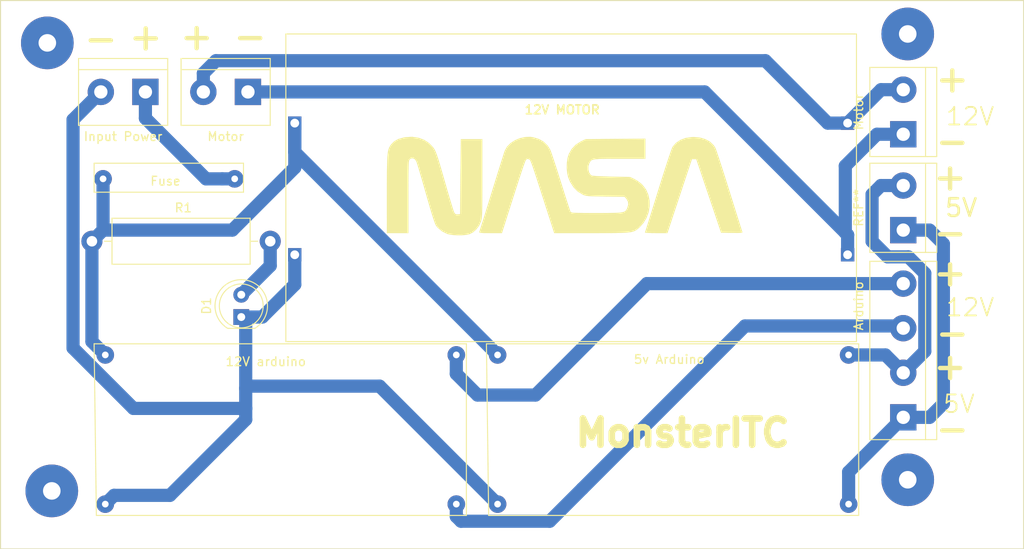
<source format=kicad_pcb>
(kicad_pcb (version 20171130) (host pcbnew "(5.1.2)-2")

  (general
    (thickness 1.6)
    (drawings 26)
    (tracks 78)
    (zones 0)
    (modules 12)
    (nets 11)
  )

  (page A4)
  (layers
    (0 F.Cu signal)
    (31 B.Cu signal)
    (32 B.Adhes user)
    (33 F.Adhes user)
    (34 B.Paste user)
    (35 F.Paste user)
    (36 B.SilkS user)
    (37 F.SilkS user)
    (38 B.Mask user)
    (39 F.Mask user)
    (40 Dwgs.User user)
    (41 Cmts.User user)
    (42 Eco1.User user)
    (43 Eco2.User user)
    (44 Edge.Cuts user)
    (45 Margin user)
    (46 B.CrtYd user)
    (47 F.CrtYd user)
    (48 B.Fab user)
    (49 F.Fab user)
  )

  (setup
    (last_trace_width 1.5)
    (user_trace_width 1.5)
    (trace_clearance 0.2)
    (zone_clearance 0.508)
    (zone_45_only no)
    (trace_min 0.2)
    (via_size 0.8)
    (via_drill 0.4)
    (via_min_size 0.4)
    (via_min_drill 0.3)
    (uvia_size 0.3)
    (uvia_drill 0.1)
    (uvias_allowed no)
    (uvia_min_size 0.2)
    (uvia_min_drill 0.1)
    (edge_width 0.05)
    (segment_width 0.2)
    (pcb_text_width 0.3)
    (pcb_text_size 1.5 1.5)
    (mod_edge_width 0.12)
    (mod_text_size 1 1)
    (mod_text_width 0.15)
    (pad_size 3 3)
    (pad_drill 1.52)
    (pad_to_mask_clearance 0.051)
    (solder_mask_min_width 0.25)
    (aux_axis_origin 0 0)
    (visible_elements 7FFFEFFF)
    (pcbplotparams
      (layerselection 0x010fc_ffffffff)
      (usegerberextensions false)
      (usegerberattributes false)
      (usegerberadvancedattributes false)
      (creategerberjobfile false)
      (excludeedgelayer true)
      (linewidth 0.100000)
      (plotframeref false)
      (viasonmask false)
      (mode 1)
      (useauxorigin false)
      (hpglpennumber 1)
      (hpglpenspeed 20)
      (hpglpendiameter 15.000000)
      (psnegative false)
      (psa4output false)
      (plotreference true)
      (plotvalue true)
      (plotinvisibletext false)
      (padsonsilk false)
      (subtractmaskfromsilk false)
      (outputformat 3)
      (mirror false)
      (drillshape 0)
      (scaleselection 1)
      (outputdirectory ""))
  )

  (net 0 "")
  (net 1 GND)
  (net 2 "Net-(D1-Pad2)")
  (net 3 VCC)
  (net 4 "Net-(F1-Pad2)")
  (net 5 "Net-(J2-Pad2)")
  (net 6 "Net-(J2-Pad4)")
  (net 7 "Net-(J3-Pad2)")
  (net 8 "Net-(J3-Pad4)")
  (net 9 "Net-(J4-Pad4)")
  (net 10 "Net-(J4-Pad2)")

  (net_class Default "This is the default net class."
    (clearance 0.2)
    (trace_width 0.25)
    (via_dia 0.8)
    (via_drill 0.4)
    (uvia_dia 0.3)
    (uvia_drill 0.1)
    (add_net GND)
    (add_net "Net-(D1-Pad2)")
    (add_net "Net-(F1-Pad2)")
    (add_net "Net-(J2-Pad2)")
    (add_net "Net-(J2-Pad4)")
    (add_net "Net-(J3-Pad2)")
    (add_net "Net-(J3-Pad4)")
    (add_net "Net-(J4-Pad2)")
    (add_net "Net-(J4-Pad4)")
    (add_net VCC)
  )

  (module TerminalBlock:TerminalBlock_bornier-2_P5.08mm (layer F.Cu) (tedit 5EBD9C28) (tstamp 5EBD9D9B)
    (at 144.526 65.278 90)
    (descr "simple 2-pin terminal block, pitch 5.08mm, revamped version of bornier2")
    (tags "terminal block bornier2")
    (fp_text reference REF** (at 2.54 -5.08 90) (layer F.SilkS)
      (effects (font (size 1 1) (thickness 0.15)))
    )
    (fp_text value TerminalBlock_bornier-2_P5.08mm (at 2.54 5.08 90) (layer F.Fab)
      (effects (font (size 1 1) (thickness 0.15)))
    )
    (fp_line (start 7.79 4) (end -2.71 4) (layer F.CrtYd) (width 0.05))
    (fp_line (start 7.79 4) (end 7.79 -4) (layer F.CrtYd) (width 0.05))
    (fp_line (start -2.71 -4) (end -2.71 4) (layer F.CrtYd) (width 0.05))
    (fp_line (start -2.71 -4) (end 7.79 -4) (layer F.CrtYd) (width 0.05))
    (fp_line (start -2.54 3.81) (end 7.62 3.81) (layer F.SilkS) (width 0.12))
    (fp_line (start -2.54 -3.81) (end -2.54 3.81) (layer F.SilkS) (width 0.12))
    (fp_line (start 7.62 -3.81) (end -2.54 -3.81) (layer F.SilkS) (width 0.12))
    (fp_line (start 7.62 3.81) (end 7.62 -3.81) (layer F.SilkS) (width 0.12))
    (fp_line (start 7.62 2.54) (end -2.54 2.54) (layer F.SilkS) (width 0.12))
    (fp_line (start 7.54 -3.75) (end -2.46 -3.75) (layer F.Fab) (width 0.1))
    (fp_line (start 7.54 3.75) (end 7.54 -3.75) (layer F.Fab) (width 0.1))
    (fp_line (start -2.46 3.75) (end 7.54 3.75) (layer F.Fab) (width 0.1))
    (fp_line (start -2.46 -3.75) (end -2.46 3.75) (layer F.Fab) (width 0.1))
    (fp_line (start -2.41 2.55) (end 7.49 2.55) (layer F.Fab) (width 0.1))
    (fp_text user %R (at 2.54 0 90) (layer F.Fab)
      (effects (font (size 1 1) (thickness 0.15)))
    )
    (pad 2 thru_hole circle (at 5.08 0 90) (size 3 3) (drill 1.52) (layers *.Cu *.Mask)
      (net 10 "Net-(J4-Pad2)"))
    (pad 1 thru_hole rect (at 0 0 90) (size 3 3) (drill 1.52) (layers *.Cu *.Mask)
      (net 9 "Net-(J4-Pad4)"))
    (model ${KISYS3DMOD}/TerminalBlock.3dshapes/TerminalBlock_bornier-2_P5.08mm.wrl
      (offset (xyz 2.539999961853027 0 0))
      (scale (xyz 1 1 1))
      (rotate (xyz 0 0 0))
    )
  )

  (module logo:logo2 (layer F.Cu) (tedit 0) (tstamp 5EBCCCFC)
    (at 105.918 60.198)
    (fp_text reference G*** (at 0 0) (layer F.SilkS) hide
      (effects (font (size 1.524 1.524) (thickness 0.3)))
    )
    (fp_text value LOGO (at 0.75 0) (layer F.SilkS) hide
      (effects (font (size 1.524 1.524) (thickness 0.3)))
    )
    (fp_poly (pts (xy 15.46791 -5.464151) (xy 16.085337 -5.276991) (xy 16.606652 -4.981881) (xy 17.011893 -4.58901)
      (xy 17.198799 -4.295526) (xy 17.256439 -4.151666) (xy 17.358948 -3.861911) (xy 17.501141 -3.442135)
      (xy 17.677835 -2.908209) (xy 17.883846 -2.276007) (xy 18.11399 -1.561401) (xy 18.363083 -0.780264)
      (xy 18.625942 0.051533) (xy 18.806815 0.628118) (xy 19.071975 1.475628) (xy 19.322563 2.27604)
      (xy 19.553925 3.014522) (xy 19.761408 3.676247) (xy 19.940358 4.246386) (xy 20.086122 4.710109)
      (xy 20.194045 5.052588) (xy 20.259474 5.258993) (xy 20.277681 5.315086) (xy 20.259036 5.35799)
      (xy 20.153363 5.386534) (xy 19.940409 5.402149) (xy 19.599924 5.406269) (xy 19.111655 5.400326)
      (xy 19.080988 5.399753) (xy 17.845561 5.376333) (xy 15.015115 -3.005667) (xy 14.530857 -3.005667)
      (xy 13.132417 1.2065) (xy 11.733977 5.418666) (xy 10.433992 5.418666) (xy 9.990097 5.41479)
      (xy 9.616231 5.404095) (xy 9.340227 5.38798) (xy 9.189921 5.367845) (xy 9.171123 5.355166)
      (xy 9.2023 5.264839) (xy 9.278955 5.027199) (xy 9.396552 4.656712) (xy 9.550552 4.167844)
      (xy 9.73642 3.57506) (xy 9.949616 2.892827) (xy 10.185606 2.135609) (xy 10.43985 1.317874)
      (xy 10.664863 0.592666) (xy 10.964584 -0.368192) (xy 11.245567 -1.257118) (xy 11.503738 -2.061821)
      (xy 11.735026 -2.77001) (xy 11.935355 -3.369396) (xy 12.100653 -3.847689) (xy 12.226847 -4.192599)
      (xy 12.309863 -4.391834) (xy 12.327709 -4.424485) (xy 12.713259 -4.866973) (xy 13.219407 -5.203717)
      (xy 13.828467 -5.426702) (xy 14.522753 -5.527915) (xy 14.774333 -5.53317) (xy 15.46791 -5.464151)) (layer F.SilkS) (width 0.01))
    (fp_poly (pts (xy -3.594957 -5.509875) (xy -2.91961 -5.312338) (xy -2.357082 -4.989146) (xy -1.904211 -4.538022)
      (xy -1.621542 -4.088982) (xy -1.560799 -3.939089) (xy -1.456421 -3.646631) (xy -1.314765 -3.230828)
      (xy -1.142189 -2.710902) (xy -0.94505 -2.106072) (xy -0.729706 -1.435559) (xy -0.502513 -0.718583)
      (xy -0.42308 -0.465667) (xy -0.196736 0.254256) (xy 0.016308 0.927252) (xy 0.210259 1.535357)
      (xy 0.379322 2.06061) (xy 0.517705 2.485045) (xy 0.619612 2.790702) (xy 0.679249 2.959615)
      (xy 0.689775 2.9845) (xy 0.721438 3.024489) (xy 0.781153 3.056601) (xy 0.885996 3.081689)
      (xy 1.053041 3.100609) (xy 1.299365 3.114218) (xy 1.642044 3.123369) (xy 2.098153 3.128918)
      (xy 2.68477 3.131721) (xy 3.418969 3.132633) (xy 3.64785 3.132666) (xy 4.473758 3.132025)
      (xy 5.147408 3.128349) (xy 5.685874 3.119009) (xy 6.106231 3.101376) (xy 6.425553 3.072819)
      (xy 6.660914 3.03071) (xy 6.82939 2.972418) (xy 6.948055 2.895315) (xy 7.033984 2.796771)
      (xy 7.10425 2.674157) (xy 7.142916 2.594434) (xy 7.26879 2.186132) (xy 7.233831 1.824733)
      (xy 7.066499 1.535675) (xy 6.851664 1.280359) (xy 4.674665 1.254013) (xy 4.006445 1.245207)
      (xy 3.484244 1.235596) (xy 3.08475 1.223197) (xy 2.784652 1.206028) (xy 2.560641 1.182105)
      (xy 2.389405 1.149447) (xy 2.247634 1.106069) (xy 2.112016 1.04999) (xy 2.074333 1.032829)
      (xy 1.505445 0.679411) (xy 1.020648 0.187968) (xy 0.633171 -0.425732) (xy 0.420553 -0.938355)
      (xy 0.30591 -1.434668) (xy 0.257378 -2.006587) (xy 0.273364 -2.595619) (xy 0.352276 -3.143273)
      (xy 0.492524 -3.591056) (xy 0.492764 -3.591589) (xy 0.832574 -4.183513) (xy 1.267427 -4.645693)
      (xy 1.819072 -5.001037) (xy 1.841706 -5.012285) (xy 2.408983 -5.291667) (xy 9.228667 -5.341217)
      (xy 9.228667 -3.048) (xy 6.284172 -3.048) (xy 5.466888 -3.047738) (xy 4.801709 -3.045257)
      (xy 4.27141 -3.038014) (xy 3.858761 -3.023467) (xy 3.546538 -2.999073) (xy 3.317511 -2.96229)
      (xy 3.154454 -2.910575) (xy 3.040141 -2.841385) (xy 2.957342 -2.752179) (xy 2.888833 -2.640413)
      (xy 2.83585 -2.539065) (xy 2.732829 -2.210528) (xy 2.724827 -1.853228) (xy 2.802079 -1.51747)
      (xy 2.95482 -1.253559) (xy 3.108368 -1.135182) (xy 3.232195 -1.113954) (xy 3.50046 -1.091584)
      (xy 3.888286 -1.069345) (xy 4.370794 -1.048512) (xy 4.923109 -1.030357) (xy 5.376333 -1.019089)
      (xy 7.493 -0.973667) (xy 8.001 -0.724437) (xy 8.350495 -0.517009) (xy 8.707715 -0.249272)
      (xy 8.904718 -0.069248) (xy 9.2976 0.449789) (xy 9.560732 1.04846) (xy 9.695863 1.699715)
      (xy 9.704742 2.376505) (xy 9.589119 3.051778) (xy 9.350744 3.698485) (xy 8.991365 4.289574)
      (xy 8.594631 4.72572) (xy 8.432361 4.873664) (xy 8.285494 4.998903) (xy 8.13899 5.103328)
      (xy 7.977809 5.188828) (xy 7.78691 5.257295) (xy 7.551252 5.31062) (xy 7.255797 5.350691)
      (xy 6.885502 5.379401) (xy 6.425328 5.398638) (xy 5.860234 5.410294) (xy 5.175181 5.41626)
      (xy 4.355127 5.418425) (xy 3.385033 5.41868) (xy 3.081529 5.418666) (xy -1.172777 5.418666)
      (xy -1.778418 3.534833) (xy -2.15409 2.366301) (xy -2.481507 1.348401) (xy -2.764334 0.470586)
      (xy -3.006236 -0.277691) (xy -3.210876 -0.906977) (xy -3.381918 -1.427817) (xy -3.523028 -1.850759)
      (xy -3.637869 -2.186348) (xy -3.730104 -2.445132) (xy -3.803399 -2.637656) (xy -3.861418 -2.774468)
      (xy -3.907824 -2.866113) (xy -3.946283 -2.923139) (xy -3.980457 -2.956092) (xy -4.014012 -2.975518)
      (xy -4.045155 -2.989441) (xy -4.228577 -3.031558) (xy -4.371115 -2.946504) (xy -4.40949 -2.883882)
      (xy -4.468768 -2.748211) (xy -4.551654 -2.531317) (xy -4.660852 -2.225026) (xy -4.799064 -1.821164)
      (xy -4.968996 -1.311556) (xy -5.173349 -0.688027) (xy -5.414829 0.057596) (xy -5.696139 0.933488)
      (xy -6.019983 1.947824) (xy -6.389064 3.108778) (xy -6.738847 4.212166) (xy -7.120921 5.418666)
      (xy -8.437852 5.418666) (xy -8.937352 5.41716) (xy -9.290654 5.41094) (xy -9.520882 5.397448)
      (xy -9.651157 5.374131) (xy -9.704601 5.338434) (xy -9.704338 5.2878) (xy -9.701208 5.279051)
      (xy -9.666611 5.173649) (xy -9.586794 4.921839) (xy -9.466553 4.53899) (xy -9.310682 4.040472)
      (xy -9.123978 3.441655) (xy -8.911234 2.757911) (xy -8.677247 2.004607) (xy -8.42681 1.197115)
      (xy -8.294661 0.770551) (xy -8.034856 -0.067104) (xy -7.786574 -0.865149) (xy -7.554962 -1.607205)
      (xy -7.345167 -2.276894) (xy -7.162337 -2.857838) (xy -7.011619 -3.333659) (xy -6.89816 -3.687979)
      (xy -6.827109 -3.904419) (xy -6.810061 -3.953231) (xy -6.552191 -4.417182) (xy -6.161538 -4.821471)
      (xy -5.66859 -5.151337) (xy -5.103837 -5.392017) (xy -4.497767 -5.528751) (xy -3.880869 -5.546776)
      (xy -3.594957 -5.509875)) (layer F.SilkS) (width 0.01))
    (fp_poly (pts (xy -16.644061 -5.45062) (xy -15.989632 -5.20896) (xy -15.418732 -4.834898) (xy -14.948925 -4.3354)
      (xy -14.862852 -4.212351) (xy -14.779327 -4.07194) (xy -14.69275 -3.892949) (xy -14.597783 -3.659178)
      (xy -14.489084 -3.354425) (xy -14.361314 -2.962488) (xy -14.209132 -2.467166) (xy -14.0272 -1.852257)
      (xy -13.810176 -1.10156) (xy -13.6324 -0.479153) (xy -13.424245 0.247183) (xy -13.22574 0.930361)
      (xy -13.0426 1.551402) (xy -12.88054 2.09133) (xy -12.745275 2.531167) (xy -12.642519 2.851934)
      (xy -12.577988 3.034655) (xy -12.566438 3.06069) (xy -12.445004 3.23623) (xy -12.288367 3.290928)
      (xy -12.166069 3.285842) (xy -11.895667 3.259666) (xy -11.853333 -1.016) (xy -11.811 -5.291667)
      (xy -9.355667 -5.291667) (xy -9.355667 -0.846667) (xy -9.356064 0.145356) (xy -9.357568 0.98307)
      (xy -9.360642 1.681494) (xy -9.365754 2.255653) (xy -9.373367 2.720566) (xy -9.383949 3.091257)
      (xy -9.397964 3.382747) (xy -9.415878 3.610057) (xy -9.438157 3.788211) (xy -9.465266 3.932229)
      (xy -9.497671 4.057133) (xy -9.508795 4.094098) (xy -9.725579 4.574741) (xy -10.047283 5.005487)
      (xy -10.436723 5.345219) (xy -10.816161 5.539779) (xy -11.186289 5.621755) (xy -11.662857 5.665345)
      (xy -12.187507 5.671097) (xy -12.701883 5.639559) (xy -13.147629 5.571282) (xy -13.349186 5.515943)
      (xy -13.946644 5.225823) (xy -14.446407 4.809423) (xy -14.605939 4.620628) (xy -14.677647 4.496872)
      (xy -14.767957 4.284829) (xy -14.88053 3.973073) (xy -15.019029 3.550178) (xy -15.187115 3.004721)
      (xy -15.388449 2.325275) (xy -15.626693 1.500415) (xy -15.792294 0.918905) (xy -16.003644 0.177625)
      (xy -16.205104 -0.521327) (xy -16.391126 -1.159248) (xy -16.556159 -1.717436) (xy -16.694654 -2.177188)
      (xy -16.80106 -2.519802) (xy -16.869828 -2.726576) (xy -16.887148 -2.770611) (xy -17.061988 -3.006485)
      (xy -17.285493 -3.110406) (xy -17.518354 -3.06983) (xy -17.614078 -3.00258) (xy -17.651941 -2.963002)
      (xy -17.683562 -2.90912) (xy -17.709503 -2.826437) (xy -17.730326 -2.700454) (xy -17.746591 -2.516673)
      (xy -17.758861 -2.260597) (xy -17.767695 -1.917727) (xy -17.773656 -1.473567) (xy -17.777305 -0.913617)
      (xy -17.779203 -0.22338) (xy -17.779912 0.611641) (xy -17.78 1.283122) (xy -17.78 5.418666)
      (xy -20.235333 5.418666) (xy -20.234329 0.994833) (xy -20.23358 -0.053486) (xy -20.231022 -0.947024)
      (xy -20.225416 -1.700332) (xy -20.215525 -2.327963) (xy -20.200109 -2.844467) (xy -20.177931 -3.264397)
      (xy -20.147752 -3.602303) (xy -20.108333 -3.872737) (xy -20.058437 -4.090251) (xy -19.996825 -4.269396)
      (xy -19.922259 -4.424723) (xy -19.8335 -4.570785) (xy -19.750355 -4.692289) (xy -19.402662 -5.045571)
      (xy -18.918223 -5.308096) (xy -18.292992 -5.481905) (xy -18.133242 -5.508882) (xy -17.364453 -5.552915)
      (xy -16.644061 -5.45062)) (layer F.SilkS) (width 0.01))
  )

  (module power:9v (layer F.Cu) (tedit 5EBC0656) (tstamp 5EBC5F37)
    (at 75.184 53.086)
    (path /5E8D8707)
    (fp_text reference "12V MOTOR" (at 30.48 -1.524) (layer F.SilkS)
      (effects (font (size 1 1) (thickness 0.2)))
    )
    (fp_text value 9v (at 0 -0.5) (layer F.Fab)
      (effects (font (size 1 1) (thickness 0.15)))
    )
    (fp_line (start 64.008 -10.16) (end 64.008 24.892) (layer F.SilkS) (width 0.12))
    (fp_line (start -1.016 -10.16) (end -1.016 24.892) (layer F.SilkS) (width 0.12))
    (fp_line (start -1.016 -10.16) (end 64.008 -10.16) (layer F.SilkS) (width 0.12))
    (fp_line (start -1.016 24.892) (end 64.008 24.892) (layer F.SilkS) (width 0.12))
    (pad 1 thru_hole rect (at 0 0) (size 1.524 1.524) (drill 1) (layers *.Cu *.Mask)
      (net 3 VCC))
    (pad 3 thru_hole rect (at 0 15) (size 1.524 1.524) (drill 1) (layers *.Cu *.Mask)
      (net 1 GND))
    (pad 2 thru_hole rect (at 63 0) (size 1.524 1.524) (drill 1) (layers *.Cu *.Mask)
      (net 5 "Net-(J2-Pad2)"))
    (pad 4 thru_hole rect (at 63 15) (size 1.524 1.524) (drill 1) (layers *.Cu *.Mask)
      (net 6 "Net-(J2-Pad4)"))
  )

  (module LED_THT:LED_D5.0mm (layer F.Cu) (tedit 5995936A) (tstamp 5E8BAA58)
    (at 69.088 75.184 90)
    (descr "LED, diameter 5.0mm, 2 pins, http://cdn-reichelt.de/documents/datenblatt/A500/LL-504BC2E-009.pdf")
    (tags "LED diameter 5.0mm 2 pins")
    (path /5E8D08FE)
    (fp_text reference D1 (at 1.27 -3.96 90) (layer F.SilkS)
      (effects (font (size 1 1) (thickness 0.15)))
    )
    (fp_text value LED_Small (at 1.27 3.96 90) (layer F.Fab)
      (effects (font (size 1 1) (thickness 0.15)))
    )
    (fp_arc (start 1.27 0) (end -1.23 -1.469694) (angle 299.1) (layer F.Fab) (width 0.1))
    (fp_arc (start 1.27 0) (end -1.29 -1.54483) (angle 148.9) (layer F.SilkS) (width 0.12))
    (fp_arc (start 1.27 0) (end -1.29 1.54483) (angle -148.9) (layer F.SilkS) (width 0.12))
    (fp_circle (center 1.27 0) (end 3.77 0) (layer F.Fab) (width 0.1))
    (fp_circle (center 1.27 0) (end 3.77 0) (layer F.SilkS) (width 0.12))
    (fp_line (start -1.23 -1.469694) (end -1.23 1.469694) (layer F.Fab) (width 0.1))
    (fp_line (start -1.29 -1.545) (end -1.29 1.545) (layer F.SilkS) (width 0.12))
    (fp_line (start -1.95 -3.25) (end -1.95 3.25) (layer F.CrtYd) (width 0.05))
    (fp_line (start -1.95 3.25) (end 4.5 3.25) (layer F.CrtYd) (width 0.05))
    (fp_line (start 4.5 3.25) (end 4.5 -3.25) (layer F.CrtYd) (width 0.05))
    (fp_line (start 4.5 -3.25) (end -1.95 -3.25) (layer F.CrtYd) (width 0.05))
    (fp_text user %R (at 1.25 0 90) (layer F.Fab)
      (effects (font (size 0.8 0.8) (thickness 0.2)))
    )
    (pad 1 thru_hole rect (at 0 0 90) (size 1.8 1.8) (drill 0.9) (layers *.Cu *.Mask)
      (net 1 GND))
    (pad 2 thru_hole circle (at 2.54 0 90) (size 1.8 1.8) (drill 0.9) (layers *.Cu *.Mask)
      (net 2 "Net-(D1-Pad2)"))
    (model ${KISYS3DMOD}/LED_THT.3dshapes/LED_D5.0mm.wrl
      (at (xyz 0 0 0))
      (scale (xyz 1 1 1))
      (rotate (xyz 0 0 0))
    )
  )

  (module TerminalBlock:TerminalBlock_bornier-2_P5.08mm (layer F.Cu) (tedit 59FF03AB) (tstamp 5E8BAA80)
    (at 58.166 49.53 180)
    (descr "simple 2-pin terminal block, pitch 5.08mm, revamped version of bornier2")
    (tags "terminal block bornier2")
    (path /5E8B4FC2)
    (fp_text reference "Input Power" (at 2.54 -5.08) (layer F.SilkS)
      (effects (font (size 1 1) (thickness 0.15)))
    )
    (fp_text value Input_power (at 2.54 5.08) (layer F.Fab)
      (effects (font (size 1 1) (thickness 0.15)))
    )
    (fp_text user %R (at 2.54 0) (layer F.Fab)
      (effects (font (size 1 1) (thickness 0.15)))
    )
    (fp_line (start -2.41 2.55) (end 7.49 2.55) (layer F.Fab) (width 0.1))
    (fp_line (start -2.46 -3.75) (end -2.46 3.75) (layer F.Fab) (width 0.1))
    (fp_line (start -2.46 3.75) (end 7.54 3.75) (layer F.Fab) (width 0.1))
    (fp_line (start 7.54 3.75) (end 7.54 -3.75) (layer F.Fab) (width 0.1))
    (fp_line (start 7.54 -3.75) (end -2.46 -3.75) (layer F.Fab) (width 0.1))
    (fp_line (start 7.62 2.54) (end -2.54 2.54) (layer F.SilkS) (width 0.12))
    (fp_line (start 7.62 3.81) (end 7.62 -3.81) (layer F.SilkS) (width 0.12))
    (fp_line (start 7.62 -3.81) (end -2.54 -3.81) (layer F.SilkS) (width 0.12))
    (fp_line (start -2.54 -3.81) (end -2.54 3.81) (layer F.SilkS) (width 0.12))
    (fp_line (start -2.54 3.81) (end 7.62 3.81) (layer F.SilkS) (width 0.12))
    (fp_line (start -2.71 -4) (end 7.79 -4) (layer F.CrtYd) (width 0.05))
    (fp_line (start -2.71 -4) (end -2.71 4) (layer F.CrtYd) (width 0.05))
    (fp_line (start 7.79 4) (end 7.79 -4) (layer F.CrtYd) (width 0.05))
    (fp_line (start 7.79 4) (end -2.71 4) (layer F.CrtYd) (width 0.05))
    (pad 1 thru_hole rect (at 0 0 180) (size 3 3) (drill 1.52) (layers *.Cu *.Mask)
      (net 4 "Net-(F1-Pad2)"))
    (pad 2 thru_hole circle (at 5.08 0 180) (size 3 3) (drill 1.52) (layers *.Cu *.Mask)
      (net 1 GND))
    (model ${KISYS3DMOD}/TerminalBlock.3dshapes/TerminalBlock_bornier-2_P5.08mm.wrl
      (offset (xyz 2.539999961853027 0 0))
      (scale (xyz 1 1 1))
      (rotate (xyz 0 0 0))
    )
  )

  (module Resistor_THT:R_Axial_DIN0516_L15.5mm_D5.0mm_P20.32mm_Horizontal (layer F.Cu) (tedit 5AE5139B) (tstamp 5E8BADBA)
    (at 52.07 66.548)
    (descr "Resistor, Axial_DIN0516 series, Axial, Horizontal, pin pitch=20.32mm, 2W, length*diameter=15.5*5mm^2, http://cdn-reichelt.de/documents/datenblatt/B400/1_4W%23YAG.pdf")
    (tags "Resistor Axial_DIN0516 series Axial Horizontal pin pitch 20.32mm 2W length 15.5mm diameter 5mm")
    (path /5E8CDC7E)
    (fp_text reference R1 (at 10.414 -3.81) (layer F.SilkS)
      (effects (font (size 1 1) (thickness 0.15)))
    )
    (fp_text value 2k (at 10.16 3.62) (layer F.Fab)
      (effects (font (size 1 1) (thickness 0.15)))
    )
    (fp_line (start 2.41 -2.5) (end 2.41 2.5) (layer F.Fab) (width 0.1))
    (fp_line (start 2.41 2.5) (end 17.91 2.5) (layer F.Fab) (width 0.1))
    (fp_line (start 17.91 2.5) (end 17.91 -2.5) (layer F.Fab) (width 0.1))
    (fp_line (start 17.91 -2.5) (end 2.41 -2.5) (layer F.Fab) (width 0.1))
    (fp_line (start 0 0) (end 2.41 0) (layer F.Fab) (width 0.1))
    (fp_line (start 20.32 0) (end 17.91 0) (layer F.Fab) (width 0.1))
    (fp_line (start 2.29 -2.62) (end 2.29 2.62) (layer F.SilkS) (width 0.12))
    (fp_line (start 2.29 2.62) (end 18.03 2.62) (layer F.SilkS) (width 0.12))
    (fp_line (start 18.03 2.62) (end 18.03 -2.62) (layer F.SilkS) (width 0.12))
    (fp_line (start 18.03 -2.62) (end 2.29 -2.62) (layer F.SilkS) (width 0.12))
    (fp_line (start 1.44 0) (end 2.29 0) (layer F.SilkS) (width 0.12))
    (fp_line (start 18.88 0) (end 18.03 0) (layer F.SilkS) (width 0.12))
    (fp_line (start -1.45 -2.75) (end -1.45 2.75) (layer F.CrtYd) (width 0.05))
    (fp_line (start -1.45 2.75) (end 21.77 2.75) (layer F.CrtYd) (width 0.05))
    (fp_line (start 21.77 2.75) (end 21.77 -2.75) (layer F.CrtYd) (width 0.05))
    (fp_line (start 21.77 -2.75) (end -1.45 -2.75) (layer F.CrtYd) (width 0.05))
    (fp_text user %R (at 10.16 0) (layer F.Fab)
      (effects (font (size 1 1) (thickness 0.15)))
    )
    (pad 1 thru_hole circle (at 0 0) (size 2.4 2.4) (drill 1.2) (layers *.Cu *.Mask)
      (net 3 VCC))
    (pad 2 thru_hole oval (at 20.32 0) (size 2.4 2.4) (drill 1.2) (layers *.Cu *.Mask)
      (net 2 "Net-(D1-Pad2)"))
    (model ${KISYS3DMOD}/Resistor_THT.3dshapes/R_Axial_DIN0516_L15.5mm_D5.0mm_P20.32mm_Horizontal.wrl
      (at (xyz 0 0 0))
      (scale (xyz 1 1 1))
      (rotate (xyz 0 0 0))
    )
  )

  (module power:5v (layer F.Cu) (tedit 5EBC0410) (tstamp 5EBC7181)
    (at 53.594 79.502)
    (path /5E8DA163)
    (fp_text reference "12V arduino" (at 18.288 0.762) (layer F.SilkS)
      (effects (font (size 1 1) (thickness 0.15)))
    )
    (fp_text value 12v (at 0 -0.5) (layer F.Fab)
      (effects (font (size 1 1) (thickness 0.15)))
    )
    (fp_line (start -1.27 -1.016) (end -1.016 18.288) (layer F.SilkS) (width 0.12))
    (fp_line (start -1.016 18.288) (end 41.148 18.288) (layer F.SilkS) (width 0.12))
    (fp_line (start 41.148 18.288) (end 41.148 -1.27) (layer F.SilkS) (width 0.12))
    (fp_line (start 41.148 -1.27) (end -1.27 -1.27) (layer F.SilkS) (width 0.12))
    (fp_line (start -1.27 -1.27) (end -1.27 -1.016) (layer F.SilkS) (width 0.12))
    (pad 1 thru_hole circle (at 0 0) (size 2 2) (drill 0.762) (layers *.Cu *.Mask)
      (net 3 VCC))
    (pad 2 thru_hole circle (at 40 0) (size 2 2) (drill 0.762) (layers *.Cu *.Mask)
      (net 7 "Net-(J3-Pad2)"))
    (pad 3 thru_hole circle (at 0 17) (size 2 2) (drill 0.762) (layers *.Cu *.Mask)
      (net 1 GND))
    (pad 4 thru_hole circle (at 40 17) (size 2 2) (drill 0.762) (layers *.Cu *.Mask)
      (net 8 "Net-(J3-Pad4)"))
  )

  (module power:5v (layer F.Cu) (tedit 5EBC0410) (tstamp 5EBC5E32)
    (at 98.298 79.502)
    (path /5E8DBA8F)
    (fp_text reference "5v Arduino" (at 19.558 0.508) (layer F.SilkS)
      (effects (font (size 1 1) (thickness 0.15)))
    )
    (fp_text value 5v (at 0 -0.5) (layer F.Fab)
      (effects (font (size 1 1) (thickness 0.15)))
    )
    (fp_line (start -1.27 -1.27) (end -1.27 -1.016) (layer F.SilkS) (width 0.12))
    (fp_line (start 41.148 -1.27) (end -1.27 -1.27) (layer F.SilkS) (width 0.12))
    (fp_line (start 41.148 18.288) (end 41.148 -1.27) (layer F.SilkS) (width 0.12))
    (fp_line (start -1.016 18.288) (end 41.148 18.288) (layer F.SilkS) (width 0.12))
    (fp_line (start -1.27 -1.016) (end -1.016 18.288) (layer F.SilkS) (width 0.12))
    (pad 4 thru_hole circle (at 40 17) (size 2 2) (drill 0.762) (layers *.Cu *.Mask)
      (net 9 "Net-(J4-Pad4)"))
    (pad 3 thru_hole circle (at 0 17) (size 2 2) (drill 0.762) (layers *.Cu *.Mask)
      (net 1 GND))
    (pad 2 thru_hole circle (at 40 0) (size 2 2) (drill 0.762) (layers *.Cu *.Mask)
      (net 10 "Net-(J4-Pad2)"))
    (pad 1 thru_hole circle (at 0 0) (size 2 2) (drill 0.762) (layers *.Cu *.Mask)
      (net 3 VCC))
  )

  (module TerminalBlock:TerminalBlock_bornier-2_P5.08mm (layer F.Cu) (tedit 59FF03AB) (tstamp 5EBD9EA3)
    (at 144.526 54.356 90)
    (descr "simple 2-pin terminal block, pitch 5.08mm, revamped version of bornier2")
    (tags "terminal block bornier2")
    (path /5EBD10E6)
    (fp_text reference Motor (at 2.54 -5.08 90) (layer F.SilkS)
      (effects (font (size 1 1) (thickness 0.15)))
    )
    (fp_text value Motor1 (at 2.54 5.08 90) (layer F.Fab)
      (effects (font (size 1 1) (thickness 0.15)))
    )
    (fp_text user %R (at 2.54 0 90) (layer F.Fab)
      (effects (font (size 1 1) (thickness 0.15)))
    )
    (fp_line (start -2.41 2.55) (end 7.49 2.55) (layer F.Fab) (width 0.1))
    (fp_line (start -2.46 -3.75) (end -2.46 3.75) (layer F.Fab) (width 0.1))
    (fp_line (start -2.46 3.75) (end 7.54 3.75) (layer F.Fab) (width 0.1))
    (fp_line (start 7.54 3.75) (end 7.54 -3.75) (layer F.Fab) (width 0.1))
    (fp_line (start 7.54 -3.75) (end -2.46 -3.75) (layer F.Fab) (width 0.1))
    (fp_line (start 7.62 2.54) (end -2.54 2.54) (layer F.SilkS) (width 0.12))
    (fp_line (start 7.62 3.81) (end 7.62 -3.81) (layer F.SilkS) (width 0.12))
    (fp_line (start 7.62 -3.81) (end -2.54 -3.81) (layer F.SilkS) (width 0.12))
    (fp_line (start -2.54 -3.81) (end -2.54 3.81) (layer F.SilkS) (width 0.12))
    (fp_line (start -2.54 3.81) (end 7.62 3.81) (layer F.SilkS) (width 0.12))
    (fp_line (start -2.71 -4) (end 7.79 -4) (layer F.CrtYd) (width 0.05))
    (fp_line (start -2.71 -4) (end -2.71 4) (layer F.CrtYd) (width 0.05))
    (fp_line (start 7.79 4) (end 7.79 -4) (layer F.CrtYd) (width 0.05))
    (fp_line (start 7.79 4) (end -2.71 4) (layer F.CrtYd) (width 0.05))
    (pad 1 thru_hole rect (at 0 0 90) (size 3 3) (drill 1.52) (layers *.Cu *.Mask)
      (net 6 "Net-(J2-Pad4)"))
    (pad 2 thru_hole circle (at 5.08 0 90) (size 3 3) (drill 1.52) (layers *.Cu *.Mask)
      (net 5 "Net-(J2-Pad2)"))
    (model ${KISYS3DMOD}/TerminalBlock.3dshapes/TerminalBlock_bornier-2_P5.08mm.wrl
      (offset (xyz 2.539999961853027 0 0))
      (scale (xyz 1 1 1))
      (rotate (xyz 0 0 0))
    )
  )

  (module TerminalBlock:TerminalBlock_bornier-4_P5.08mm (layer F.Cu) (tedit 59FF03D1) (tstamp 5EBC6D0E)
    (at 144.526 86.614 90)
    (descr "simple 4-pin terminal block, pitch 5.08mm, revamped version of bornier4")
    (tags "terminal block bornier4")
    (path /5EBD0033)
    (fp_text reference Arduino (at 12.7 -5.08 90) (layer F.SilkS)
      (effects (font (size 1 1) (thickness 0.15)))
    )
    (fp_text value "arduino power" (at 7.6 4.75 90) (layer F.Fab)
      (effects (font (size 1 1) (thickness 0.15)))
    )
    (fp_text user %R (at 7.62 0 90) (layer F.Fab)
      (effects (font (size 1 1) (thickness 0.15)))
    )
    (fp_line (start -2.48 2.55) (end 17.72 2.55) (layer F.Fab) (width 0.1))
    (fp_line (start -2.43 3.75) (end -2.48 3.75) (layer F.Fab) (width 0.1))
    (fp_line (start -2.48 3.75) (end -2.48 -3.75) (layer F.Fab) (width 0.1))
    (fp_line (start -2.48 -3.75) (end 17.72 -3.75) (layer F.Fab) (width 0.1))
    (fp_line (start 17.72 -3.75) (end 17.72 3.75) (layer F.Fab) (width 0.1))
    (fp_line (start 17.72 3.75) (end -2.43 3.75) (layer F.Fab) (width 0.1))
    (fp_line (start -2.54 -3.81) (end -2.54 3.81) (layer F.SilkS) (width 0.12))
    (fp_line (start 17.78 3.81) (end 17.78 -3.81) (layer F.SilkS) (width 0.12))
    (fp_line (start 17.78 2.54) (end -2.54 2.54) (layer F.SilkS) (width 0.12))
    (fp_line (start -2.54 -3.81) (end 17.78 -3.81) (layer F.SilkS) (width 0.12))
    (fp_line (start -2.54 3.81) (end 17.78 3.81) (layer F.SilkS) (width 0.12))
    (fp_line (start -2.73 -4) (end 17.97 -4) (layer F.CrtYd) (width 0.05))
    (fp_line (start -2.73 -4) (end -2.73 4) (layer F.CrtYd) (width 0.05))
    (fp_line (start 17.97 4) (end 17.97 -4) (layer F.CrtYd) (width 0.05))
    (fp_line (start 17.97 4) (end -2.73 4) (layer F.CrtYd) (width 0.05))
    (pad 2 thru_hole circle (at 5.08 0 90) (size 3 3) (drill 1.52) (layers *.Cu *.Mask)
      (net 10 "Net-(J4-Pad2)"))
    (pad 3 thru_hole circle (at 10.16 0 90) (size 3 3) (drill 1.52) (layers *.Cu *.Mask)
      (net 8 "Net-(J3-Pad4)"))
    (pad 1 thru_hole rect (at 0 0 90) (size 3 3) (drill 1.52) (layers *.Cu *.Mask)
      (net 9 "Net-(J4-Pad4)"))
    (pad 4 thru_hole circle (at 15.24 0 90) (size 3 3) (drill 1.52) (layers *.Cu *.Mask)
      (net 7 "Net-(J3-Pad2)"))
    (model ${KISYS3DMOD}/TerminalBlock.3dshapes/TerminalBlock_bornier-4_P5.08mm.wrl
      (offset (xyz 7.619999885559082 0 0))
      (scale (xyz 1 1 1))
      (rotate (xyz 0 0 0))
    )
  )

  (module TerminalBlock:TerminalBlock_bornier-2_P5.08mm (layer F.Cu) (tedit 59FF03AB) (tstamp 5EBC5E7F)
    (at 69.85 49.53 180)
    (descr "simple 2-pin terminal block, pitch 5.08mm, revamped version of bornier2")
    (tags "terminal block bornier2")
    (path /5EBD190A)
    (fp_text reference Motor (at 2.54 -5.08) (layer F.SilkS)
      (effects (font (size 1 1) (thickness 0.15)))
    )
    (fp_text value motor2 (at 2.54 5.08) (layer F.Fab)
      (effects (font (size 1 1) (thickness 0.15)))
    )
    (fp_line (start 7.79 4) (end -2.71 4) (layer F.CrtYd) (width 0.05))
    (fp_line (start 7.79 4) (end 7.79 -4) (layer F.CrtYd) (width 0.05))
    (fp_line (start -2.71 -4) (end -2.71 4) (layer F.CrtYd) (width 0.05))
    (fp_line (start -2.71 -4) (end 7.79 -4) (layer F.CrtYd) (width 0.05))
    (fp_line (start -2.54 3.81) (end 7.62 3.81) (layer F.SilkS) (width 0.12))
    (fp_line (start -2.54 -3.81) (end -2.54 3.81) (layer F.SilkS) (width 0.12))
    (fp_line (start 7.62 -3.81) (end -2.54 -3.81) (layer F.SilkS) (width 0.12))
    (fp_line (start 7.62 3.81) (end 7.62 -3.81) (layer F.SilkS) (width 0.12))
    (fp_line (start 7.62 2.54) (end -2.54 2.54) (layer F.SilkS) (width 0.12))
    (fp_line (start 7.54 -3.75) (end -2.46 -3.75) (layer F.Fab) (width 0.1))
    (fp_line (start 7.54 3.75) (end 7.54 -3.75) (layer F.Fab) (width 0.1))
    (fp_line (start -2.46 3.75) (end 7.54 3.75) (layer F.Fab) (width 0.1))
    (fp_line (start -2.46 -3.75) (end -2.46 3.75) (layer F.Fab) (width 0.1))
    (fp_line (start -2.41 2.55) (end 7.49 2.55) (layer F.Fab) (width 0.1))
    (fp_text user %R (at 2.54 0) (layer F.Fab)
      (effects (font (size 1 1) (thickness 0.15)))
    )
    (pad 2 thru_hole circle (at 5.08 0 180) (size 3 3) (drill 1.52) (layers *.Cu *.Mask)
      (net 5 "Net-(J2-Pad2)"))
    (pad 1 thru_hole rect (at 0 0 180) (size 3 3) (drill 1.52) (layers *.Cu *.Mask)
      (net 6 "Net-(J2-Pad4)"))
    (model ${KISYS3DMOD}/TerminalBlock.3dshapes/TerminalBlock_bornier-2_P5.08mm.wrl
      (offset (xyz 2.539999961853027 0 0))
      (scale (xyz 1 1 1))
      (rotate (xyz 0 0 0))
    )
  )

  (module fuses:fuse (layer F.Cu) (tedit 5EBC096B) (tstamp 5EBC6ED3)
    (at 53.34 59.436)
    (path /5E8B64CF)
    (fp_text reference Fuse (at 7.112 0.254) (layer F.SilkS)
      (effects (font (size 1 1) (thickness 0.15)))
    )
    (fp_text value Fuse (at 0 -0.5) (layer F.Fab)
      (effects (font (size 1 1) (thickness 0.15)))
    )
    (fp_line (start -1.016 -1.778) (end -1.016 1.524) (layer F.SilkS) (width 0.12))
    (fp_line (start -1.016 1.524) (end 16.002 1.524) (layer F.SilkS) (width 0.12))
    (fp_line (start 16.002 1.524) (end 16.002 -1.524) (layer F.SilkS) (width 0.12))
    (fp_line (start 16.002 -1.524) (end 16.002 -1.778) (layer F.SilkS) (width 0.12))
    (fp_line (start 16.002 -1.778) (end -1.016 -1.778) (layer F.SilkS) (width 0.12))
    (pad 1 thru_hole circle (at 0 0) (size 2 2) (drill 0.762) (layers *.Cu *.Mask)
      (net 3 VCC))
    (pad 2 thru_hole circle (at 15 0) (size 2 2) (drill 0.762) (layers *.Cu *.Mask)
      (net 4 "Net-(F1-Pad2)"))
  )

  (gr_text 5V (at 151.13 62.738) (layer F.SilkS)
    (effects (font (size 2 2) (thickness 0.3)))
  )
  (gr_text - (at 149.86 65.532) (layer F.SilkS)
    (effects (font (size 3 3) (thickness 0.5)))
  )
  (gr_text + (at 149.86 59.182) (layer F.SilkS)
    (effects (font (size 3 3) (thickness 0.5)))
  )
  (gr_line (start 41.656 101.6) (end 41.656 39.116) (layer F.SilkS) (width 0.12) (tstamp 5EBCCD4C))
  (gr_line (start 158.242 101.6) (end 41.656 101.6) (layer F.SilkS) (width 0.12))
  (gr_line (start 158.242 39.116) (end 158.242 101.6) (layer F.SilkS) (width 0.12))
  (gr_line (start 41.656 39.116) (end 158.242 39.116) (layer F.SilkS) (width 0.12))
  (gr_text - (at 70.104 43.18) (layer F.SilkS)
    (effects (font (size 3 3) (thickness 0.5)))
  )
  (gr_text "+\n" (at 64.008 43.18) (layer F.SilkS)
    (effects (font (size 3 3) (thickness 0.5)))
  )
  (gr_line (start 158.242 101.6) (end 158.242 39.116) (layer Edge.Cuts) (width 0.05) (tstamp 5EBC72D8))
  (gr_line (start 41.656 101.6) (end 158.242 101.6) (layer Edge.Cuts) (width 0.05))
  (gr_line (start 41.656 101.092) (end 41.656 101.6) (layer Edge.Cuts) (width 0.05))
  (gr_line (start 41.656 39.116) (end 41.656 101.092) (layer Edge.Cuts) (width 0.05))
  (gr_line (start 158.242 39.116) (end 41.656 39.116) (layer Edge.Cuts) (width 0.05))
  (gr_text MonsterITC (at 119.38 88.392) (layer F.SilkS)
    (effects (font (size 3 3) (thickness 0.75)))
  )
  (gr_text - (at 53.086 43.434) (layer F.SilkS) (tstamp 5E8BAF79)
    (effects (font (size 3 3) (thickness 0.5)))
  )
  (gr_text + (at 58.42 43.434 270) (layer F.SilkS) (tstamp 5E8BAF79)
    (effects (font (size 3 3) (thickness 0.5)))
  )
  (gr_text 5V (at 150.876 85.09) (layer F.SilkS) (tstamp 5E8BAF79)
    (effects (font (size 2 2) (thickness 0.2)))
  )
  (gr_text "-\n" (at 150.114 87.884) (layer F.SilkS) (tstamp 5E8BAF79)
    (effects (font (size 3 3) (thickness 0.5)))
  )
  (gr_text + (at 149.86 80.772) (layer F.SilkS) (tstamp 5E8BAF79)
    (effects (font (size 3 3) (thickness 0.5)))
  )
  (gr_text "12V\n\n" (at 152.146 75.692) (layer F.SilkS) (tstamp 5E8BAF79)
    (effects (font (size 2 2) (thickness 0.2)))
  )
  (gr_text - (at 150.114 76.962) (layer F.SilkS) (tstamp 5E8BAF79)
    (effects (font (size 3 3) (thickness 0.5)))
  )
  (gr_text + (at 149.86 70.104) (layer F.SilkS) (tstamp 5E8BAF79)
    (effects (font (size 3 3) (thickness 0.5)))
  )
  (gr_text "12V\n" (at 152.146 52.324) (layer F.SilkS) (tstamp 5E8BAF8E)
    (effects (font (size 2 2) (thickness 0.2)))
  )
  (gr_text "-\n" (at 150.114 55.118) (layer F.SilkS) (tstamp 5EBD9E8D)
    (effects (font (size 3 3) (thickness 0.5)))
  )
  (gr_text + (at 150.114 48.006) (layer F.SilkS) (tstamp 5EBD9E8A)
    (effects (font (size 3 3) (thickness 0.5)))
  )

  (via (at 145.034 42.926) (size 6) (drill 2) (layers F.Cu B.Cu) (net 0))
  (via (at 145.034 93.726) (size 6) (drill 2) (layers F.Cu B.Cu) (net 0))
  (via (at 47.498 94.996) (size 6) (drill 2) (layers F.Cu B.Cu) (net 0))
  (via (at 46.99 43.942) (size 6) (drill 2) (layers F.Cu B.Cu) (net 0))
  (segment (start 75.184 71.488) (end 71.488 75.184) (width 1.5) (layer B.Cu) (net 1))
  (segment (start 75.184 68.086) (end 75.184 71.488) (width 1.5) (layer B.Cu) (net 1))
  (segment (start 54.593999 95.502001) (end 60.961999 95.502001) (width 1.5) (layer B.Cu) (net 1))
  (segment (start 53.594 96.502) (end 54.593999 95.502001) (width 1.5) (layer B.Cu) (net 1))
  (segment (start 60.961999 95.502001) (end 69.596 86.868) (width 1.5) (layer B.Cu) (net 1))
  (segment (start 71.488 75.184) (end 69.596 75.184) (width 1.5) (layer B.Cu) (net 1))
  (segment (start 69.596 75.184) (end 69.088 75.184) (width 1.5) (layer B.Cu) (net 1))
  (segment (start 69.85 83.058) (end 69.596 83.312) (width 1.5) (layer B.Cu) (net 1))
  (segment (start 84.854 83.058) (end 69.85 83.058) (width 1.5) (layer B.Cu) (net 1))
  (segment (start 98.298 96.502) (end 84.854 83.058) (width 1.5) (layer B.Cu) (net 1))
  (segment (start 69.596 83.312) (end 69.596 75.184) (width 1.5) (layer B.Cu) (net 1))
  (segment (start 56.803998 85.598) (end 69.596 85.598) (width 1.5) (layer B.Cu) (net 1))
  (segment (start 49.919999 78.714001) (end 56.803998 85.598) (width 1.5) (layer B.Cu) (net 1))
  (segment (start 49.919999 52.696001) (end 49.919999 78.714001) (width 1.5) (layer B.Cu) (net 1))
  (segment (start 53.086 49.53) (end 49.919999 52.696001) (width 1.5) (layer B.Cu) (net 1))
  (segment (start 69.596 86.868) (end 69.596 85.598) (width 1.5) (layer B.Cu) (net 1))
  (segment (start 69.596 85.598) (end 69.596 83.312) (width 1.5) (layer B.Cu) (net 1))
  (segment (start 72.39 69.342) (end 69.088 72.644) (width 1.5) (layer B.Cu) (net 2))
  (segment (start 72.39 66.548) (end 72.39 69.342) (width 1.5) (layer B.Cu) (net 2))
  (segment (start 53.34 65.278) (end 52.07 66.548) (width 1.5) (layer B.Cu) (net 3))
  (segment (start 53.34 59.436) (end 53.34 65.278) (width 1.5) (layer B.Cu) (net 3))
  (segment (start 68.072 65.278) (end 53.34 65.278) (width 1.5) (layer B.Cu) (net 3))
  (segment (start 75.184 53.086) (end 75.184 58.166) (width 1.5) (layer B.Cu) (net 3))
  (segment (start 75.184 58.166) (end 68.072 65.278) (width 1.5) (layer B.Cu) (net 3))
  (segment (start 52.07 77.978) (end 53.594 79.502) (width 1.5) (layer B.Cu) (net 3))
  (segment (start 52.07 66.548) (end 52.07 77.978) (width 1.5) (layer B.Cu) (net 3))
  (segment (start 75.184 56.388) (end 98.298 79.502) (width 1.5) (layer B.Cu) (net 3))
  (segment (start 75.184 53.086) (end 75.184 56.388) (width 1.5) (layer B.Cu) (net 3))
  (segment (start 66.925787 59.436) (end 68.34 59.436) (width 1.5) (layer B.Cu) (net 4))
  (segment (start 65.072 59.436) (end 66.925787 59.436) (width 1.5) (layer B.Cu) (net 4))
  (segment (start 58.166 52.53) (end 65.072 59.436) (width 1.5) (layer B.Cu) (net 4))
  (segment (start 58.166 49.53) (end 58.166 52.53) (width 1.5) (layer B.Cu) (net 4))
  (segment (start 64.77 47.40868) (end 66.20468 45.974) (width 1.5) (layer B.Cu) (net 5))
  (segment (start 64.77 49.53) (end 64.77 47.40868) (width 1.5) (layer B.Cu) (net 5))
  (segment (start 135.922 53.086) (end 138.184 53.086) (width 1.5) (layer B.Cu) (net 5))
  (segment (start 128.81 45.974) (end 135.922 53.086) (width 1.5) (layer B.Cu) (net 5))
  (segment (start 66.20468 45.974) (end 128.81 45.974) (width 1.5) (layer B.Cu) (net 5))
  (segment (start 141.994 49.276) (end 138.184 53.086) (width 1.5) (layer B.Cu) (net 5))
  (segment (start 144.526 49.276) (end 141.994 49.276) (width 1.5) (layer B.Cu) (net 5))
  (segment (start 138.184 65.824) (end 138.184 68.086) (width 1.5) (layer B.Cu) (net 6))
  (segment (start 121.89 49.53) (end 138.184 65.824) (width 1.5) (layer B.Cu) (net 6))
  (segment (start 69.85 49.53) (end 121.89 49.53) (width 1.5) (layer B.Cu) (net 6))
  (segment (start 141.526 54.356) (end 137.922 57.96) (width 1.5) (layer B.Cu) (net 6))
  (segment (start 144.526 54.356) (end 141.526 54.356) (width 1.5) (layer B.Cu) (net 6))
  (segment (start 137.922 65.562) (end 138.184 65.824) (width 1.5) (layer B.Cu) (net 6))
  (segment (start 137.922 57.96) (end 137.922 65.562) (width 1.5) (layer B.Cu) (net 6))
  (segment (start 93.594 79.502) (end 93.594 81.656) (width 1.5) (layer B.Cu) (net 7))
  (segment (start 93.594 81.656) (end 96.012 84.074) (width 1.5) (layer B.Cu) (net 7))
  (segment (start 96.012 84.074) (end 102.616 84.074) (width 1.5) (layer B.Cu) (net 7))
  (segment (start 115.316 71.374) (end 144.526 71.374) (width 1.5) (layer B.Cu) (net 7))
  (segment (start 102.616 84.074) (end 115.316 71.374) (width 1.5) (layer B.Cu) (net 7))
  (segment (start 94.129788 98.452001) (end 104.239999 98.452001) (width 1.5) (layer B.Cu) (net 8))
  (segment (start 93.594 96.502) (end 93.594 97.916213) (width 1.5) (layer B.Cu) (net 8))
  (segment (start 93.594 97.916213) (end 94.129788 98.452001) (width 1.5) (layer B.Cu) (net 8))
  (segment (start 104.239999 98.452001) (end 107.95 94.742) (width 1.5) (layer B.Cu) (net 8))
  (segment (start 107.95 94.742) (end 126.492 76.2) (width 1.5) (layer B.Cu) (net 8))
  (segment (start 126.492 76.2) (end 144.526 76.2) (width 1.5) (layer B.Cu) (net 8))
  (segment (start 138.298 92.842) (end 144.526 86.614) (width 1.5) (layer B.Cu) (net 9))
  (segment (start 138.298 96.502) (end 138.298 92.842) (width 1.5) (layer B.Cu) (net 9))
  (segment (start 147.526 86.614) (end 144.526 86.614) (width 1.5) (layer B.Cu) (net 9))
  (segment (start 149.098 85.042) (end 147.526 86.614) (width 1.5) (layer B.Cu) (net 9))
  (segment (start 149.098 66.85) (end 149.098 85.042) (width 1.5) (layer B.Cu) (net 9))
  (segment (start 147.526 65.278) (end 149.098 66.85) (width 1.5) (layer B.Cu) (net 9))
  (segment (start 144.526 65.278) (end 147.526 65.278) (width 1.5) (layer B.Cu) (net 9))
  (segment (start 142.494 79.502) (end 144.526 81.534) (width 1.5) (layer B.Cu) (net 10))
  (segment (start 138.298 79.502) (end 142.494 79.502) (width 1.5) (layer B.Cu) (net 10))
  (segment (start 141.986 60.198) (end 144.526 60.198) (width 1.5) (layer B.Cu) (net 10))
  (segment (start 140.97 61.214) (end 141.986 60.198) (width 1.5) (layer B.Cu) (net 10))
  (segment (start 146.976001 79.083999) (end 146.976001 70.197999) (width 1.5) (layer B.Cu) (net 10))
  (segment (start 146.976001 70.197999) (end 145.104002 68.326) (width 1.5) (layer B.Cu) (net 10))
  (segment (start 144.526 81.534) (end 146.976001 79.083999) (width 1.5) (layer B.Cu) (net 10))
  (segment (start 145.104002 68.326) (end 142.748 68.326) (width 1.5) (layer B.Cu) (net 10))
  (segment (start 142.748 68.326) (end 140.97 66.548) (width 1.5) (layer B.Cu) (net 10))
  (segment (start 140.97 66.548) (end 140.97 61.214) (width 1.5) (layer B.Cu) (net 10))

)

</source>
